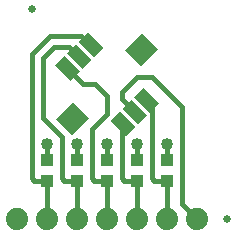
<source format=gbr>
G04 EAGLE Gerber RS-274X export*
G75*
%MOMM*%
%FSLAX34Y34*%
%LPD*%
%INTop Copper*%
%IPPOS*%
%AMOC8*
5,1,8,0,0,1.08239X$1,22.5*%
G01*
%ADD10R,1.850000X1.100000*%
%ADD11R,1.900000X2.000000*%
%ADD12R,1.000000X1.100000*%
%ADD13C,1.879600*%
%ADD14C,0.635000*%
%ADD15C,0.406400*%
%ADD16C,1.016000*%


D10*
G36*
X103339Y149982D02*
X90259Y163062D01*
X98037Y170840D01*
X111117Y157760D01*
X103339Y149982D01*
G37*
G36*
X150362Y102959D02*
X137282Y116039D01*
X145060Y123817D01*
X158140Y110737D01*
X150362Y102959D01*
G37*
G36*
X83540Y130183D02*
X70460Y143263D01*
X78238Y151041D01*
X91318Y137961D01*
X83540Y130183D01*
G37*
G36*
X93440Y140082D02*
X80360Y153162D01*
X88138Y160940D01*
X101218Y147860D01*
X93440Y140082D01*
G37*
G36*
X130563Y83160D02*
X117483Y96240D01*
X125261Y104018D01*
X138341Y90938D01*
X130563Y83160D01*
G37*
G36*
X140462Y93060D02*
X127382Y106140D01*
X135160Y113918D01*
X148240Y100838D01*
X140462Y93060D01*
G37*
D11*
G36*
X143151Y142416D02*
X129716Y155851D01*
X143857Y169992D01*
X157292Y156557D01*
X143151Y142416D01*
G37*
G36*
X84743Y84008D02*
X71308Y97443D01*
X85449Y111584D01*
X98884Y98149D01*
X84743Y84008D01*
G37*
D12*
X63500Y45475D03*
X63500Y62475D03*
X88900Y45475D03*
X88900Y62475D03*
X114300Y45475D03*
X114300Y62475D03*
X139700Y45475D03*
X139700Y62475D03*
X165100Y45475D03*
X165100Y62475D03*
D13*
X38100Y12700D03*
X63500Y12700D03*
X88900Y12700D03*
X114300Y12700D03*
X139700Y12700D03*
X165100Y12700D03*
X190500Y12700D03*
D14*
X215900Y12700D03*
X50800Y190500D03*
D15*
X92826Y168275D02*
X100688Y160411D01*
X92826Y168275D02*
X66675Y168275D01*
X50800Y152400D01*
X63500Y45475D02*
X63500Y12700D01*
X63500Y45475D02*
X52950Y45475D01*
X50800Y47625D01*
X50800Y152400D01*
X127000Y92676D02*
X127912Y93589D01*
X129150Y45475D02*
X139700Y45475D01*
X129150Y45475D02*
X127000Y47625D01*
X127000Y92676D01*
X139700Y45475D02*
X139700Y12700D01*
X94501Y127000D02*
X80889Y140612D01*
X94501Y127000D02*
X104775Y127000D01*
X114300Y117475D01*
X114300Y101600D01*
X101600Y88900D01*
X101600Y47625D01*
X103750Y45475D01*
X114300Y45475D01*
X114300Y12700D01*
X165100Y12700D02*
X165100Y45475D01*
X154550Y45475D01*
X152400Y47625D01*
X152400Y108699D01*
X147711Y113388D01*
X90789Y150511D02*
X82552Y158750D01*
X69850Y158750D01*
X60325Y149225D01*
X60325Y98425D01*
X76200Y82550D01*
X78350Y45475D02*
X88900Y45475D01*
X78350Y45475D02*
X76200Y47625D01*
X76200Y82550D01*
X88900Y45475D02*
X88900Y12700D01*
X63500Y62475D02*
X63500Y76200D01*
X88900Y76200D02*
X88900Y62475D01*
X114300Y62475D02*
X114300Y76200D01*
X139700Y76200D02*
X139700Y62475D01*
X165100Y62475D02*
X165100Y76200D01*
D16*
X165100Y76200D03*
X139700Y76200D03*
X114300Y76200D03*
X63500Y76200D03*
X88900Y76200D03*
D15*
X127000Y114300D02*
X137811Y103489D01*
X127000Y114300D02*
X127000Y120650D01*
X139700Y133350D01*
X152400Y133350D01*
X177800Y107950D01*
X177800Y25400D01*
X190500Y12700D01*
M02*

</source>
